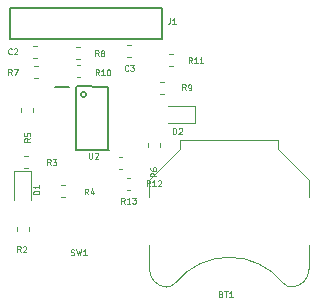
<source format=gto>
G04 #@! TF.GenerationSoftware,KiCad,Pcbnew,(5.0.2)-1*
G04 #@! TF.CreationDate,2019-05-31T16:15:03-05:00*
G04 #@! TF.ProjectId,ppg,7070672e-6b69-4636-9164-5f7063625858,V01*
G04 #@! TF.SameCoordinates,Original*
G04 #@! TF.FileFunction,Legend,Top*
G04 #@! TF.FilePolarity,Positive*
%FSLAX46Y46*%
G04 Gerber Fmt 4.6, Leading zero omitted, Abs format (unit mm)*
G04 Created by KiCad (PCBNEW (5.0.2)-1) date 5/31/2019 4:15:03 PM*
%MOMM*%
%LPD*%
G01*
G04 APERTURE LIST*
%ADD10C,0.120000*%
%ADD11C,0.150000*%
%ADD12C,0.203200*%
%ADD13C,0.088900*%
%ADD14C,0.050000*%
G04 APERTURE END LIST*
D10*
G04 #@! TO.C,R12*
X115961279Y-108460000D02*
X115635721Y-108460000D01*
X115961279Y-107440000D02*
X115635721Y-107440000D01*
G04 #@! TO.C,BT1*
X130424615Y-118474160D02*
G75*
G02X129510000Y-118090000I-124615J984160D01*
G01*
X119595385Y-118474160D02*
G75*
G03X120510000Y-118090000I124615J984160D01*
G01*
X129500661Y-118078671D02*
G75*
G03X120510000Y-118090000I-4490661J-3711329D01*
G01*
X131760000Y-116940000D02*
G75*
G02X130310000Y-118490000I-1500000J-50000D01*
G01*
X118260000Y-116940000D02*
G75*
G03X119710000Y-118490000I1500000J-50000D01*
G01*
X131760000Y-114890000D02*
X131760000Y-116990000D01*
X118260000Y-114890000D02*
X118260000Y-116990000D01*
X118260000Y-110890000D02*
X118260000Y-109440000D01*
X118260000Y-109440000D02*
X120860000Y-106840000D01*
X120860000Y-106840000D02*
X120860000Y-106040000D01*
X120860000Y-106040000D02*
X129160000Y-106040000D01*
X129160000Y-106040000D02*
X129160000Y-106840000D01*
X129160000Y-106840000D02*
X131760000Y-109440000D01*
X131760000Y-109440000D02*
X131760000Y-110890000D01*
G04 #@! TO.C,C2*
X108429721Y-98110000D02*
X108755279Y-98110000D01*
X108429721Y-99130000D02*
X108755279Y-99130000D01*
G04 #@! TO.C,C3*
X116715279Y-98030000D02*
X116389721Y-98030000D01*
X116715279Y-99050000D02*
X116389721Y-99050000D01*
G04 #@! TO.C,D1*
X108255000Y-111095000D02*
X108255000Y-108635000D01*
X108255000Y-108635000D02*
X106785000Y-108635000D01*
X106785000Y-108635000D02*
X106785000Y-111095000D01*
G04 #@! TO.C,D2*
X119824500Y-104621000D02*
X122109500Y-104621000D01*
X122109500Y-104621000D02*
X122109500Y-103151000D01*
X122109500Y-103151000D02*
X119824500Y-103151000D01*
G04 #@! TO.C,R2*
X107020000Y-113389721D02*
X107020000Y-113715279D01*
X108040000Y-113389721D02*
X108040000Y-113715279D01*
G04 #@! TO.C,R3*
X107664721Y-107410000D02*
X107990279Y-107410000D01*
X107664721Y-108430000D02*
X107990279Y-108430000D01*
G04 #@! TO.C,R4*
X111070279Y-110860000D02*
X110744721Y-110860000D01*
X111070279Y-109840000D02*
X110744721Y-109840000D01*
G04 #@! TO.C,R5*
X107360000Y-103635279D02*
X107360000Y-103309721D01*
X108380000Y-103635279D02*
X108380000Y-103309721D01*
G04 #@! TO.C,R6*
X119128000Y-106614279D02*
X119128000Y-106288721D01*
X118108000Y-106614279D02*
X118108000Y-106288721D01*
G04 #@! TO.C,R7*
X108459721Y-99790000D02*
X108785279Y-99790000D01*
X108459721Y-100810000D02*
X108785279Y-100810000D01*
G04 #@! TO.C,R8*
X112077221Y-99210000D02*
X112402779Y-99210000D01*
X112077221Y-98190000D02*
X112402779Y-98190000D01*
G04 #@! TO.C,R9*
X119510279Y-101090000D02*
X119184721Y-101090000D01*
X119510279Y-102110000D02*
X119184721Y-102110000D01*
G04 #@! TO.C,R10*
X112084721Y-100750000D02*
X112410279Y-100750000D01*
X112084721Y-99730000D02*
X112410279Y-99730000D01*
G04 #@! TO.C,R11*
X119947221Y-98770000D02*
X120272779Y-98770000D01*
X119947221Y-99790000D02*
X120272779Y-99790000D01*
G04 #@! TO.C,R13*
X116640279Y-109260000D02*
X116314721Y-109260000D01*
X116640279Y-110280000D02*
X116314721Y-110280000D01*
D11*
G04 #@! TO.C,U2*
X112050000Y-101570000D02*
X112050000Y-106850000D01*
X112050000Y-106850000D02*
X114790000Y-106860000D01*
X112080000Y-101500000D02*
X114770000Y-101540000D01*
X114770000Y-101540000D02*
X114780000Y-106850000D01*
D12*
X112890227Y-102190000D02*
G75*
G03X112890227Y-102190000I-220227J0D01*
G01*
D11*
X110240000Y-101530000D02*
X111440000Y-101530000D01*
G04 #@! TO.C,J1*
X107240000Y-94880000D02*
X119300000Y-94880000D01*
X119340000Y-94890000D02*
X119340000Y-97490000D01*
X119300000Y-97470000D02*
X106440000Y-97470000D01*
X106440000Y-97480000D02*
X106440000Y-94880000D01*
X106440000Y-94880000D02*
X107440000Y-94880000D01*
G04 #@! TO.C,R12*
D13*
X118296571Y-109954190D02*
X118129904Y-109716095D01*
X118010857Y-109954190D02*
X118010857Y-109454190D01*
X118201333Y-109454190D01*
X118248952Y-109478000D01*
X118272761Y-109501809D01*
X118296571Y-109549428D01*
X118296571Y-109620857D01*
X118272761Y-109668476D01*
X118248952Y-109692285D01*
X118201333Y-109716095D01*
X118010857Y-109716095D01*
X118772761Y-109954190D02*
X118487047Y-109954190D01*
X118629904Y-109954190D02*
X118629904Y-109454190D01*
X118582285Y-109525619D01*
X118534666Y-109573238D01*
X118487047Y-109597047D01*
X118963238Y-109501809D02*
X118987047Y-109478000D01*
X119034666Y-109454190D01*
X119153714Y-109454190D01*
X119201333Y-109478000D01*
X119225142Y-109501809D01*
X119248952Y-109549428D01*
X119248952Y-109597047D01*
X119225142Y-109668476D01*
X118939428Y-109954190D01*
X119248952Y-109954190D01*
G04 #@! TO.C,BT1*
X124321142Y-119090285D02*
X124392571Y-119114095D01*
X124416380Y-119137904D01*
X124440190Y-119185523D01*
X124440190Y-119256952D01*
X124416380Y-119304571D01*
X124392571Y-119328380D01*
X124344952Y-119352190D01*
X124154476Y-119352190D01*
X124154476Y-118852190D01*
X124321142Y-118852190D01*
X124368761Y-118876000D01*
X124392571Y-118899809D01*
X124416380Y-118947428D01*
X124416380Y-118995047D01*
X124392571Y-119042666D01*
X124368761Y-119066476D01*
X124321142Y-119090285D01*
X124154476Y-119090285D01*
X124583047Y-118852190D02*
X124868761Y-118852190D01*
X124725904Y-119352190D02*
X124725904Y-118852190D01*
X125297333Y-119352190D02*
X125011619Y-119352190D01*
X125154476Y-119352190D02*
X125154476Y-118852190D01*
X125106857Y-118923619D01*
X125059238Y-118971238D01*
X125011619Y-118995047D01*
G04 #@! TO.C,C2*
X106596666Y-98730571D02*
X106572857Y-98754380D01*
X106501428Y-98778190D01*
X106453809Y-98778190D01*
X106382380Y-98754380D01*
X106334761Y-98706761D01*
X106310952Y-98659142D01*
X106287142Y-98563904D01*
X106287142Y-98492476D01*
X106310952Y-98397238D01*
X106334761Y-98349619D01*
X106382380Y-98302000D01*
X106453809Y-98278190D01*
X106501428Y-98278190D01*
X106572857Y-98302000D01*
X106596666Y-98325809D01*
X106787142Y-98325809D02*
X106810952Y-98302000D01*
X106858571Y-98278190D01*
X106977619Y-98278190D01*
X107025238Y-98302000D01*
X107049047Y-98325809D01*
X107072857Y-98373428D01*
X107072857Y-98421047D01*
X107049047Y-98492476D01*
X106763333Y-98778190D01*
X107072857Y-98778190D01*
G04 #@! TO.C,C3*
X116469166Y-100148571D02*
X116445357Y-100172380D01*
X116373928Y-100196190D01*
X116326309Y-100196190D01*
X116254880Y-100172380D01*
X116207261Y-100124761D01*
X116183452Y-100077142D01*
X116159642Y-99981904D01*
X116159642Y-99910476D01*
X116183452Y-99815238D01*
X116207261Y-99767619D01*
X116254880Y-99720000D01*
X116326309Y-99696190D01*
X116373928Y-99696190D01*
X116445357Y-99720000D01*
X116469166Y-99743809D01*
X116635833Y-99696190D02*
X116945357Y-99696190D01*
X116778690Y-99886666D01*
X116850119Y-99886666D01*
X116897738Y-99910476D01*
X116921547Y-99934285D01*
X116945357Y-99981904D01*
X116945357Y-100100952D01*
X116921547Y-100148571D01*
X116897738Y-100172380D01*
X116850119Y-100196190D01*
X116707261Y-100196190D01*
X116659642Y-100172380D01*
X116635833Y-100148571D01*
G04 #@! TO.C,D1*
X108938190Y-110605047D02*
X108438190Y-110605047D01*
X108438190Y-110486000D01*
X108462000Y-110414571D01*
X108509619Y-110366952D01*
X108557238Y-110343142D01*
X108652476Y-110319333D01*
X108723904Y-110319333D01*
X108819142Y-110343142D01*
X108866761Y-110366952D01*
X108914380Y-110414571D01*
X108938190Y-110486000D01*
X108938190Y-110605047D01*
X108938190Y-109843142D02*
X108938190Y-110128857D01*
X108938190Y-109986000D02*
X108438190Y-109986000D01*
X108509619Y-110033619D01*
X108557238Y-110081238D01*
X108581047Y-110128857D01*
G04 #@! TO.C,D2*
X120255452Y-105542190D02*
X120255452Y-105042190D01*
X120374500Y-105042190D01*
X120445928Y-105066000D01*
X120493547Y-105113619D01*
X120517357Y-105161238D01*
X120541166Y-105256476D01*
X120541166Y-105327904D01*
X120517357Y-105423142D01*
X120493547Y-105470761D01*
X120445928Y-105518380D01*
X120374500Y-105542190D01*
X120255452Y-105542190D01*
X120731642Y-105089809D02*
X120755452Y-105066000D01*
X120803071Y-105042190D01*
X120922119Y-105042190D01*
X120969738Y-105066000D01*
X120993547Y-105089809D01*
X121017357Y-105137428D01*
X121017357Y-105185047D01*
X120993547Y-105256476D01*
X120707833Y-105542190D01*
X121017357Y-105542190D01*
G04 #@! TO.C,R2*
X107358666Y-115542190D02*
X107192000Y-115304095D01*
X107072952Y-115542190D02*
X107072952Y-115042190D01*
X107263428Y-115042190D01*
X107311047Y-115066000D01*
X107334857Y-115089809D01*
X107358666Y-115137428D01*
X107358666Y-115208857D01*
X107334857Y-115256476D01*
X107311047Y-115280285D01*
X107263428Y-115304095D01*
X107072952Y-115304095D01*
X107549142Y-115089809D02*
X107572952Y-115066000D01*
X107620571Y-115042190D01*
X107739619Y-115042190D01*
X107787238Y-115066000D01*
X107811047Y-115089809D01*
X107834857Y-115137428D01*
X107834857Y-115185047D01*
X107811047Y-115256476D01*
X107525333Y-115542190D01*
X107834857Y-115542190D01*
G04 #@! TO.C,R3*
X109898666Y-108176190D02*
X109732000Y-107938095D01*
X109612952Y-108176190D02*
X109612952Y-107676190D01*
X109803428Y-107676190D01*
X109851047Y-107700000D01*
X109874857Y-107723809D01*
X109898666Y-107771428D01*
X109898666Y-107842857D01*
X109874857Y-107890476D01*
X109851047Y-107914285D01*
X109803428Y-107938095D01*
X109612952Y-107938095D01*
X110065333Y-107676190D02*
X110374857Y-107676190D01*
X110208190Y-107866666D01*
X110279619Y-107866666D01*
X110327238Y-107890476D01*
X110351047Y-107914285D01*
X110374857Y-107961904D01*
X110374857Y-108080952D01*
X110351047Y-108128571D01*
X110327238Y-108152380D01*
X110279619Y-108176190D01*
X110136761Y-108176190D01*
X110089142Y-108152380D01*
X110065333Y-108128571D01*
G04 #@! TO.C,R4*
X113086666Y-110656190D02*
X112920000Y-110418095D01*
X112800952Y-110656190D02*
X112800952Y-110156190D01*
X112991428Y-110156190D01*
X113039047Y-110180000D01*
X113062857Y-110203809D01*
X113086666Y-110251428D01*
X113086666Y-110322857D01*
X113062857Y-110370476D01*
X113039047Y-110394285D01*
X112991428Y-110418095D01*
X112800952Y-110418095D01*
X113515238Y-110322857D02*
X113515238Y-110656190D01*
X113396190Y-110132380D02*
X113277142Y-110489523D01*
X113586666Y-110489523D01*
G04 #@! TO.C,R5*
X108156190Y-105885833D02*
X107918095Y-106052500D01*
X108156190Y-106171547D02*
X107656190Y-106171547D01*
X107656190Y-105981071D01*
X107680000Y-105933452D01*
X107703809Y-105909642D01*
X107751428Y-105885833D01*
X107822857Y-105885833D01*
X107870476Y-105909642D01*
X107894285Y-105933452D01*
X107918095Y-105981071D01*
X107918095Y-106171547D01*
X107656190Y-105433452D02*
X107656190Y-105671547D01*
X107894285Y-105695357D01*
X107870476Y-105671547D01*
X107846666Y-105623928D01*
X107846666Y-105504880D01*
X107870476Y-105457261D01*
X107894285Y-105433452D01*
X107941904Y-105409642D01*
X108060952Y-105409642D01*
X108108571Y-105433452D01*
X108132380Y-105457261D01*
X108156190Y-105504880D01*
X108156190Y-105623928D01*
X108132380Y-105671547D01*
X108108571Y-105695357D01*
G04 #@! TO.C,R6*
X118844190Y-108846333D02*
X118606095Y-109013000D01*
X118844190Y-109132047D02*
X118344190Y-109132047D01*
X118344190Y-108941571D01*
X118368000Y-108893952D01*
X118391809Y-108870142D01*
X118439428Y-108846333D01*
X118510857Y-108846333D01*
X118558476Y-108870142D01*
X118582285Y-108893952D01*
X118606095Y-108941571D01*
X118606095Y-109132047D01*
X118344190Y-108417761D02*
X118344190Y-108513000D01*
X118368000Y-108560619D01*
X118391809Y-108584428D01*
X118463238Y-108632047D01*
X118558476Y-108655857D01*
X118748952Y-108655857D01*
X118796571Y-108632047D01*
X118820380Y-108608238D01*
X118844190Y-108560619D01*
X118844190Y-108465380D01*
X118820380Y-108417761D01*
X118796571Y-108393952D01*
X118748952Y-108370142D01*
X118629904Y-108370142D01*
X118582285Y-108393952D01*
X118558476Y-108417761D01*
X118534666Y-108465380D01*
X118534666Y-108560619D01*
X118558476Y-108608238D01*
X118582285Y-108632047D01*
X118629904Y-108655857D01*
G04 #@! TO.C,R7*
X106596666Y-100556190D02*
X106430000Y-100318095D01*
X106310952Y-100556190D02*
X106310952Y-100056190D01*
X106501428Y-100056190D01*
X106549047Y-100080000D01*
X106572857Y-100103809D01*
X106596666Y-100151428D01*
X106596666Y-100222857D01*
X106572857Y-100270476D01*
X106549047Y-100294285D01*
X106501428Y-100318095D01*
X106310952Y-100318095D01*
X106763333Y-100056190D02*
X107096666Y-100056190D01*
X106882380Y-100556190D01*
G04 #@! TO.C,R8*
X113962666Y-98956190D02*
X113796000Y-98718095D01*
X113676952Y-98956190D02*
X113676952Y-98456190D01*
X113867428Y-98456190D01*
X113915047Y-98480000D01*
X113938857Y-98503809D01*
X113962666Y-98551428D01*
X113962666Y-98622857D01*
X113938857Y-98670476D01*
X113915047Y-98694285D01*
X113867428Y-98718095D01*
X113676952Y-98718095D01*
X114248380Y-98670476D02*
X114200761Y-98646666D01*
X114176952Y-98622857D01*
X114153142Y-98575238D01*
X114153142Y-98551428D01*
X114176952Y-98503809D01*
X114200761Y-98480000D01*
X114248380Y-98456190D01*
X114343619Y-98456190D01*
X114391238Y-98480000D01*
X114415047Y-98503809D01*
X114438857Y-98551428D01*
X114438857Y-98575238D01*
X114415047Y-98622857D01*
X114391238Y-98646666D01*
X114343619Y-98670476D01*
X114248380Y-98670476D01*
X114200761Y-98694285D01*
X114176952Y-98718095D01*
X114153142Y-98765714D01*
X114153142Y-98860952D01*
X114176952Y-98908571D01*
X114200761Y-98932380D01*
X114248380Y-98956190D01*
X114343619Y-98956190D01*
X114391238Y-98932380D01*
X114415047Y-98908571D01*
X114438857Y-98860952D01*
X114438857Y-98765714D01*
X114415047Y-98718095D01*
X114391238Y-98694285D01*
X114343619Y-98670476D01*
G04 #@! TO.C,R9*
X121328666Y-101826190D02*
X121162000Y-101588095D01*
X121042952Y-101826190D02*
X121042952Y-101326190D01*
X121233428Y-101326190D01*
X121281047Y-101350000D01*
X121304857Y-101373809D01*
X121328666Y-101421428D01*
X121328666Y-101492857D01*
X121304857Y-101540476D01*
X121281047Y-101564285D01*
X121233428Y-101588095D01*
X121042952Y-101588095D01*
X121566761Y-101826190D02*
X121662000Y-101826190D01*
X121709619Y-101802380D01*
X121733428Y-101778571D01*
X121781047Y-101707142D01*
X121804857Y-101611904D01*
X121804857Y-101421428D01*
X121781047Y-101373809D01*
X121757238Y-101350000D01*
X121709619Y-101326190D01*
X121614380Y-101326190D01*
X121566761Y-101350000D01*
X121542952Y-101373809D01*
X121519142Y-101421428D01*
X121519142Y-101540476D01*
X121542952Y-101588095D01*
X121566761Y-101611904D01*
X121614380Y-101635714D01*
X121709619Y-101635714D01*
X121757238Y-101611904D01*
X121781047Y-101588095D01*
X121804857Y-101540476D01*
G04 #@! TO.C,R10*
X113978571Y-100556190D02*
X113811904Y-100318095D01*
X113692857Y-100556190D02*
X113692857Y-100056190D01*
X113883333Y-100056190D01*
X113930952Y-100080000D01*
X113954761Y-100103809D01*
X113978571Y-100151428D01*
X113978571Y-100222857D01*
X113954761Y-100270476D01*
X113930952Y-100294285D01*
X113883333Y-100318095D01*
X113692857Y-100318095D01*
X114454761Y-100556190D02*
X114169047Y-100556190D01*
X114311904Y-100556190D02*
X114311904Y-100056190D01*
X114264285Y-100127619D01*
X114216666Y-100175238D01*
X114169047Y-100199047D01*
X114764285Y-100056190D02*
X114811904Y-100056190D01*
X114859523Y-100080000D01*
X114883333Y-100103809D01*
X114907142Y-100151428D01*
X114930952Y-100246666D01*
X114930952Y-100365714D01*
X114907142Y-100460952D01*
X114883333Y-100508571D01*
X114859523Y-100532380D01*
X114811904Y-100556190D01*
X114764285Y-100556190D01*
X114716666Y-100532380D01*
X114692857Y-100508571D01*
X114669047Y-100460952D01*
X114645238Y-100365714D01*
X114645238Y-100246666D01*
X114669047Y-100151428D01*
X114692857Y-100103809D01*
X114716666Y-100080000D01*
X114764285Y-100056190D01*
G04 #@! TO.C,R11*
X121852571Y-99540190D02*
X121685904Y-99302095D01*
X121566857Y-99540190D02*
X121566857Y-99040190D01*
X121757333Y-99040190D01*
X121804952Y-99064000D01*
X121828761Y-99087809D01*
X121852571Y-99135428D01*
X121852571Y-99206857D01*
X121828761Y-99254476D01*
X121804952Y-99278285D01*
X121757333Y-99302095D01*
X121566857Y-99302095D01*
X122328761Y-99540190D02*
X122043047Y-99540190D01*
X122185904Y-99540190D02*
X122185904Y-99040190D01*
X122138285Y-99111619D01*
X122090666Y-99159238D01*
X122043047Y-99183047D01*
X122804952Y-99540190D02*
X122519238Y-99540190D01*
X122662095Y-99540190D02*
X122662095Y-99040190D01*
X122614476Y-99111619D01*
X122566857Y-99159238D01*
X122519238Y-99183047D01*
G04 #@! TO.C,R13*
D14*
X116156071Y-111426190D02*
X115989404Y-111188095D01*
X115870357Y-111426190D02*
X115870357Y-110926190D01*
X116060833Y-110926190D01*
X116108452Y-110950000D01*
X116132261Y-110973809D01*
X116156071Y-111021428D01*
X116156071Y-111092857D01*
X116132261Y-111140476D01*
X116108452Y-111164285D01*
X116060833Y-111188095D01*
X115870357Y-111188095D01*
X116632261Y-111426190D02*
X116346547Y-111426190D01*
X116489404Y-111426190D02*
X116489404Y-110926190D01*
X116441785Y-110997619D01*
X116394166Y-111045238D01*
X116346547Y-111069047D01*
X116798928Y-110926190D02*
X117108452Y-110926190D01*
X116941785Y-111116666D01*
X117013214Y-111116666D01*
X117060833Y-111140476D01*
X117084642Y-111164285D01*
X117108452Y-111211904D01*
X117108452Y-111330952D01*
X117084642Y-111378571D01*
X117060833Y-111402380D01*
X117013214Y-111426190D01*
X116870357Y-111426190D01*
X116822738Y-111402380D01*
X116798928Y-111378571D01*
G04 #@! TO.C,SW1*
D13*
X111601333Y-115772380D02*
X111672761Y-115796190D01*
X111791809Y-115796190D01*
X111839428Y-115772380D01*
X111863238Y-115748571D01*
X111887047Y-115700952D01*
X111887047Y-115653333D01*
X111863238Y-115605714D01*
X111839428Y-115581904D01*
X111791809Y-115558095D01*
X111696571Y-115534285D01*
X111648952Y-115510476D01*
X111625142Y-115486666D01*
X111601333Y-115439047D01*
X111601333Y-115391428D01*
X111625142Y-115343809D01*
X111648952Y-115320000D01*
X111696571Y-115296190D01*
X111815619Y-115296190D01*
X111887047Y-115320000D01*
X112053714Y-115296190D02*
X112172761Y-115796190D01*
X112268000Y-115439047D01*
X112363238Y-115796190D01*
X112482285Y-115296190D01*
X112934666Y-115796190D02*
X112648952Y-115796190D01*
X112791809Y-115796190D02*
X112791809Y-115296190D01*
X112744190Y-115367619D01*
X112696571Y-115415238D01*
X112648952Y-115439047D01*
G04 #@! TO.C,U2*
X113129047Y-107126190D02*
X113129047Y-107530952D01*
X113152857Y-107578571D01*
X113176666Y-107602380D01*
X113224285Y-107626190D01*
X113319523Y-107626190D01*
X113367142Y-107602380D01*
X113390952Y-107578571D01*
X113414761Y-107530952D01*
X113414761Y-107126190D01*
X113629047Y-107173809D02*
X113652857Y-107150000D01*
X113700476Y-107126190D01*
X113819523Y-107126190D01*
X113867142Y-107150000D01*
X113890952Y-107173809D01*
X113914761Y-107221428D01*
X113914761Y-107269047D01*
X113890952Y-107340476D01*
X113605238Y-107626190D01*
X113914761Y-107626190D01*
G04 #@! TO.C,J1*
X119975333Y-95738190D02*
X119975333Y-96095333D01*
X119951523Y-96166761D01*
X119903904Y-96214380D01*
X119832476Y-96238190D01*
X119784857Y-96238190D01*
X120475333Y-96238190D02*
X120189619Y-96238190D01*
X120332476Y-96238190D02*
X120332476Y-95738190D01*
X120284857Y-95809619D01*
X120237238Y-95857238D01*
X120189619Y-95881047D01*
G04 #@! TD*
M02*

</source>
